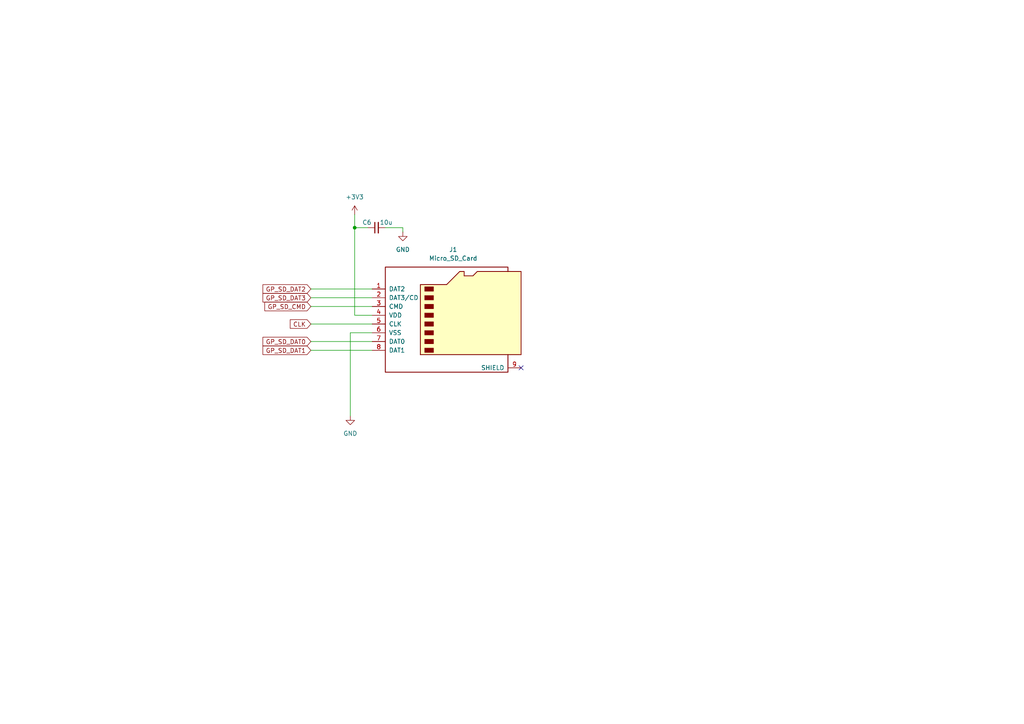
<source format=kicad_sch>
(kicad_sch (version 20250114) (generator "eeschema") (generator_version "9.0")
  (paper "A4")
  (lib_symbols
    (symbol "Connector:Micro_SD_Card" (pin_names (offset 1.016))
      (property "Reference" "J" (at -16.51 15.24 0))
      (property "Value" "Micro_SD_Card" (at 16.51 15.24 0))
      (symbol "Micro_SD_Card_0_1"
        (polyline (pts (xy -8.89 -11.43) (xy -8.89 8.89) (xy -1.27 8.89) (xy 2.54 12.7) (xy 3.81 12.7) (xy 3.81 11.43) (xy 6.35 11.43) (xy 7.62 12.7) (xy 20.32 12.7) (xy 20.32 -11.43) (xy -8.89 -11.43)) (stroke (width 0.254)) (fill (type background)))
        (rectangle (start -7.62 8.255) (end -5.08 6.985) (fill (type outline)))
        (rectangle (start -7.62 5.715) (end -5.08 4.445) (fill (type outline)))
        (rectangle (start -7.62 3.175) (end -5.08 1.905) (fill (type outline)))
        (rectangle (start -7.62 0.635) (end -5.08 -0.635) (fill (type outline)))
        (rectangle (start -7.62 -1.905) (end -5.08 -3.175) (fill (type outline)))
        (rectangle (start -7.62 -4.445) (end -5.08 -5.715) (fill (type outline)))
        (rectangle (start -7.62 -6.985) (end -5.08 -8.255) (fill (type outline)))
        (rectangle (start -7.62 -9.525) (end -5.08 -10.795) (fill (type outline)))
        (polyline (pts (xy 16.51 12.7) (xy 16.51 13.97) (xy -19.05 13.97) (xy -19.05 -16.51) (xy 16.51 -16.51) (xy 16.51 -11.43)) (stroke (width 0.254)))
      )
      (symbol "Micro_SD_Card_1_1"
        (pin bidirectional line (at -22.86 7.62 0) (length 3.81) (name "DAT2") (number "1"))
        (pin bidirectional line (at -22.86 5.08 0) (length 3.81) (name "DAT3/CD") (number "2"))
        (pin input line (at -22.86 2.54 0) (length 3.81) (name "CMD") (number "3"))
        (pin power_in line (at -22.86 0 0) (length 3.81) (name "VDD") (number "4"))
        (pin input line (at -22.86 -2.54 0) (length 3.81) (name "CLK") (number "5"))
        (pin power_in line (at -22.86 -5.08 0) (length 3.81) (name "VSS") (number "6"))
        (pin bidirectional line (at -22.86 -7.62 0) (length 3.81) (name "DAT0") (number "7"))
        (pin bidirectional line (at -22.86 -10.16 0) (length 3.81) (name "DAT1") (number "8"))
        (pin passive line (at 20.32 -15.24 180) (length 3.81) (name "SHIELD") (number "9"))
      )
    )
    (symbol "Device:C_Small" (pin_numbers (hide yes)) (pin_names (offset 0.254) (hide yes))
      (property "Reference" "C" (at 0.254 1.778 0))
      (property "Value" "C_Small" (at 0.254 -2.032 0))
      (symbol "C_Small_0_1"
        (polyline (pts (xy -1.524 0.508) (xy 1.524 0.508)) (stroke (width 0.3048)))
        (polyline (pts (xy -1.524 -0.508) (xy 1.524 -0.508)) (stroke (width 0.3302)))
      )
      (symbol "C_Small_1_1"
        (pin passive line (at 0 2.54 270) (length 2.032) (name "~") (number "1"))
        (pin passive line (at 0 -2.54 90) (length 2.032) (name "~") (number "2"))
      )
    )
    (symbol "power:+3V3" (power) (pin_numbers (hide yes)) (pin_names (offset 0) (hide yes))
      (property "Value" "+3V3" (at 0 3.556 0))
      (symbol "+3V3_0_1"
        (polyline (pts (xy -0.762 1.27) (xy 0 2.54)))
        (polyline (pts (xy 0 2.54) (xy 0.762 1.27)))
        (polyline (pts (xy 0 0) (xy 0 2.54)))
      )
      (symbol "+3V3_1_1"
        (pin power_in line (at 0 0 90) (length 0) (name "~") (number "1"))
      )
    )
    (symbol "power:GND" (power) (pin_numbers (hide yes)) (pin_names (offset 0) (hide yes))
      (property "Value" "GND" (at 0 -3.81 0))
      (symbol "GND_0_1"
        (polyline (pts (xy 0 0) (xy 0 -1.27) (xy 1.27 -1.27) (xy 0 -2.54) (xy -1.27 -1.27) (xy 0 -1.27)))
      )
      (symbol "GND_1_1"
        (pin power_in line (at 0 0 270) (length 0) (name "~") (number "1"))
      )
    )
  )
  (junction (at 102.87 66.04))
  (no_connect (at 151.13 106.68))
  (wire (pts (xy 90.17 86.36) (xy 107.95 86.36)))
  (wire (pts (xy 90.17 101.6) (xy 107.95 101.6)))
  (wire (pts (xy 116.84 66.04) (xy 116.84 67.31)))
  (wire (pts (xy 102.87 62.23) (xy 102.87 66.04)))
  (wire (pts (xy 101.6 96.52) (xy 101.6 120.65)))
  (wire (pts (xy 90.17 93.98) (xy 107.95 93.98)))
  (wire (pts (xy 90.17 99.06) (xy 107.95 99.06)))
  (wire (pts (xy 107.95 96.52) (xy 101.6 96.52)))
  (wire (pts (xy 102.87 66.04) (xy 106.68 66.04)))
  (wire (pts (xy 102.87 66.04) (xy 102.87 91.44)))
  (wire (pts (xy 111.76 66.04) (xy 116.84 66.04)))
  (wire (pts (xy 90.17 83.82) (xy 107.95 83.82)))
  (wire (pts (xy 107.95 91.44) (xy 102.87 91.44)))
  (wire (pts (xy 90.17 88.9) (xy 107.95 88.9)))
  (global_label "GP_SD_DAT3" (shape input) (at 90.17 86.36 180) (property "Intersheetrefs" "${INTERSHEET_REFS}" (effects (hide yes))))
  (global_label "GP_SD_DAT1" (shape input) (at 90.17 101.6 180) (property "Intersheetrefs" "${INTERSHEET_REFS}" (effects (hide yes))))
  (global_label "GP_SD_DAT2" (shape input) (at 90.17 83.82 180) (property "Intersheetrefs" "${INTERSHEET_REFS}" (effects (hide yes))))
  (global_label "CLK" (shape input) (at 90.17 93.98 180) (property "Intersheetrefs" "${INTERSHEET_REFS}" (effects (hide yes))))
  (global_label "GP_SD_DAT0" (shape input) (at 90.17 99.06 180) (property "Intersheetrefs" "${INTERSHEET_REFS}" (effects (hide yes))))
  (global_label "GP_SD_CMD" (shape input) (at 90.17 88.9 180) (property "Intersheetrefs" "${INTERSHEET_REFS}" (effects (hide yes))))
  (symbol (lib_id "power:GND") (at 116.84 67.31 0) (unit 1)
    (property "Reference" "#PWR060" (effects (hide yes)))
    (property "Value" "GND" (at 116.84 72.39 0))
    (property "Description" "Power symbol creates a global label with name \"GND\" , ground" (effects (hide yes)))
  )
  (symbol (lib_id "power:+3V3") (at 102.87 62.23 0) (unit 1)
    (property "Reference" "#PWR059" (effects (hide yes)))
    (property "Value" "+3V3" (at 102.87 57.15 0))
    (property "Description" "Power symbol creates a global label with name \"+3V3\"" (effects (hide yes)))
  )
  (symbol (lib_id "Connector:Micro_SD_Card") (at 130.81 91.44 0) (unit 1)
    (property "Reference" "J1" (at 131.445 72.39 0))
    (property "Value" "Micro_SD_Card" (at 131.445 74.93 0))
    (property "Datasheet" "https://www.digikey.com.br/en/products/detail/same-sky-formerly-cui-devices/MSD-4-A/21796808" (effects (hide yes)))
    (property "Description" "Micro SD Card Socket" (effects (hide yes)))
  )
  (symbol (lib_id "power:GND") (at 101.6 120.65 0) (unit 1)
    (property "Reference" "#PWR029" (effects (hide yes)))
    (property "Value" "GND" (at 101.6 125.73 0))
    (property "Description" "Power symbol creates a global label with name \"GND\" , ground" (effects (hide yes)))
  )
  (symbol (lib_id "Device:C_Small") (at 109.22 66.04 90) (unit 1)
    (property "Reference" "C6" (at 106.426 64.516 90))
    (property "Value" "10u" (at 112.014 64.516 90))
    (property "Footprint" "Capacitor_SMD:C_0402_1005Metric" (effects (hide yes)))
    (property "Datasheet" "https://www.digikey.com.br/pt/products/detail/murata-electronics/GRM155R61A106ME11D/12091056" (effects (hide yes)))
    (property "Description" "Unpolarized capacitor, small symbol" (effects (hide yes)))
  )
)
</source>
